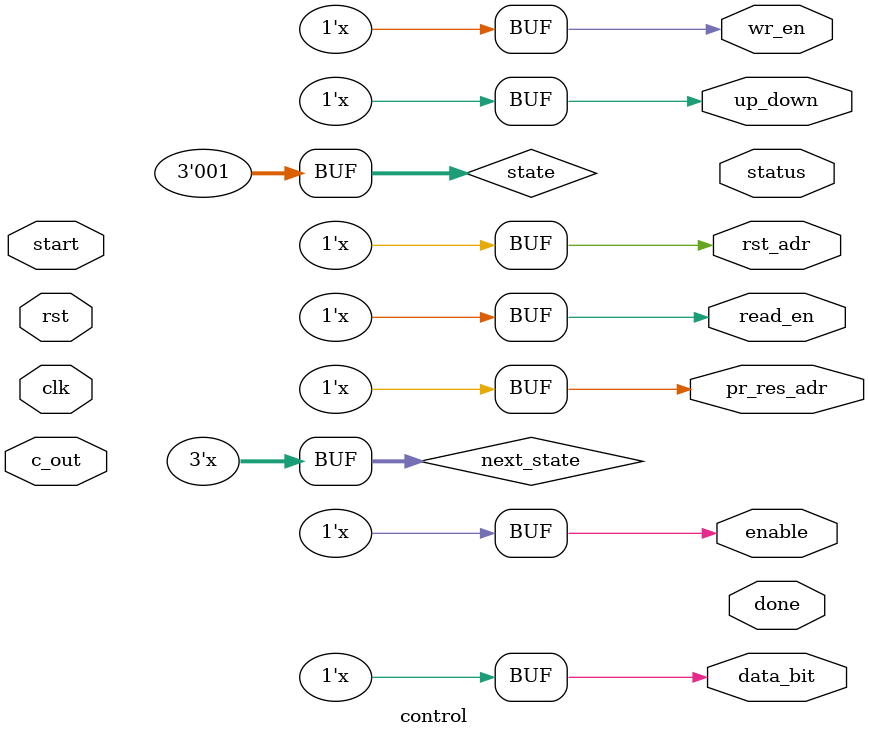
<source format=v>
module control (clk, rst, start, c_out, status, done, wr_en, read_en, rst_adr, pr_res_adr, enable, up_down, data_bit );

input clk, rst, start, c_out;
output reg status, done, wr_en, read_en, rst_adr, pr_res_adr, enable, up_down, data_bit;

localparam standby   = 3'b001;
localparam wr_up     = 3'b010;
localparam read_down = 3'b011;
localparam wr_down   = 3'b100;
localparam read_up   = 3'b101;

reg [2:0] state, next_state;

always@(posedge clk)begin
		if(rst) begin
				state<=standby;
				wr_en<=1'b0;
				read_en<=1'b0;
				rst_adr<=1'b0;
			   	pr_res_adr<=1'b0;
				enable<=1'b0;
				up_down<=1'b0;
				data_bit<=1'b0;
		end
		else begin
		state<=next_state;
		end
end

always@(*) begin

		case(state)
				standby: begin                //001
						if(start)begin
							enable=1'b1;
							rst_adr=1'b1;
							pr_res_adr=1'b0;
							read_en=1'b0;
							wr_en= 1'b1;
							up_down = 1'b1;
							data_bit=1'b0;
							next_state=wr_up;
						end 
						else begin
							enable=1'b0;
							rst_adr=1'b0;
							pr_res_adr=1'b0;
							read_en=1'b0;
							wr_en= 1'b0;
							up_down = 1'b0;
							data_bit=1'b0;
						end
				end
				wr_up: begin                   //010
						if(c_out)begin
							enable=1'b1;
							rst_adr=1'b0;
							pr_res_adr=1'b1;
							read_en=1'b1;
							wr_en= 1'b0;
							up_down = 1'b0;
							data_bit=1'b0;
							next_state=read_down;
						end 
						else begin
							enable=1'b1;
							rst_adr=1'b0;
							pr_res_adr=1'b0;
							read_en=1'b0;
							wr_en= 1'b1;
							up_down = 1'b1;
							data_bit=1'b0;
						end


				end
				read_down: begin                 //011
						if(c_out)begin
							enable=1'b1;
							rst_adr=1'b0;
							pr_res_adr=1'b1;
							read_en=1'b0;
							wr_en= 1'b1;
							up_down = 1'b0;
							data_bit=1'b1;
							next_state=wr_down;
						end 
						else begin
							enable=1'b1;
							rst_adr=1'b0;
							pr_res_adr=1'b0;
							read_en=1'b1;
							wr_en= 1'b0;
							up_down = 1'b0;
							data_bit=1'b0;
						end

				end
				wr_down: begin                   //100
						if(c_out)begin
							enable=1'b1;
							rst_adr=1'b1;
							pr_res_adr=1'b0;
							read_en=1'b1;
							wr_en= 1'b0;
							up_down = 1'b1;
							data_bit=1'b1;
							next_state=read_up;
						end 
						else begin
							enable=1'b1;
							rst_adr=1'b0;
							pr_res_adr=1'b0;
							read_en=1'b0;
							wr_en= 1'b1;
							up_down = 1'b0;
							data_bit=1'b1;
						end

				end
				read_up: begin                   //101
						if(c_out)begin
							next_state=standby;
						end 
						else begin
							enable=1'b1;
							rst_adr=1'b0;
							pr_res_adr=1'b0;
							read_en=1'b1;
							wr_en= 1'b0;
							up_down = 1'b1;
							data_bit=1'b1;
						end

				end
				default:
						state = standby;
		endcase
end

endmodule

</source>
